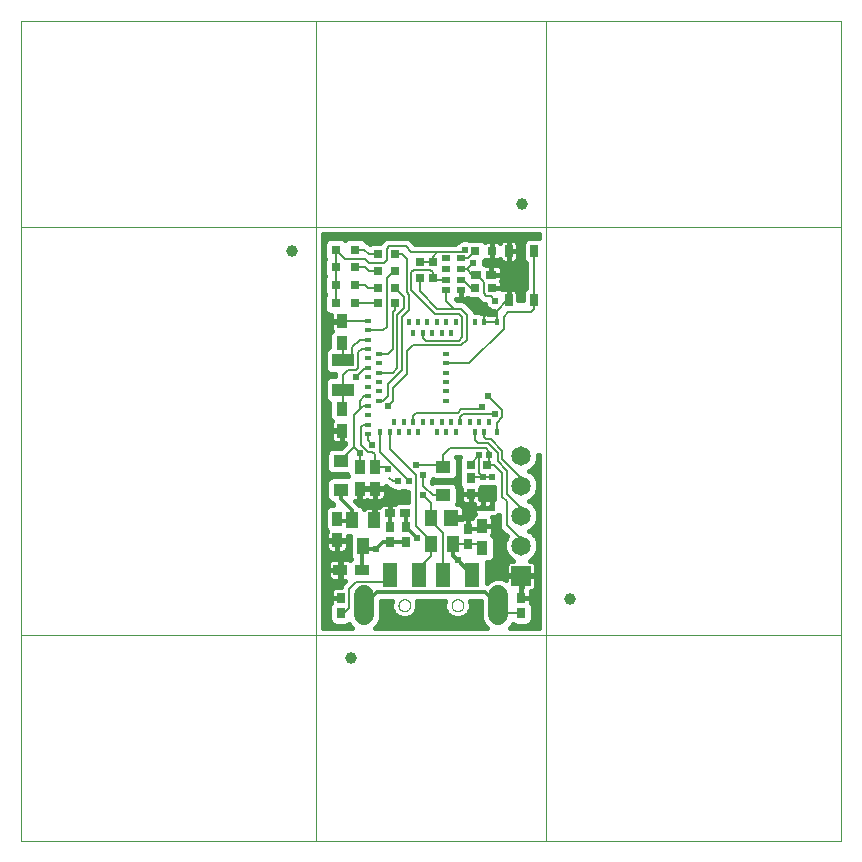
<source format=gtl>
G75*
%MOIN*%
%OFA0B0*%
%FSLAX25Y25*%
%IPPOS*%
%LPD*%
%AMOC8*
5,1,8,0,0,1.08239X$1,22.5*
%
%ADD10C,0.00000*%
%ADD11R,0.01575X0.02362*%
%ADD12R,0.02362X0.01575*%
%ADD13R,0.07480X0.04331*%
%ADD14R,0.03543X0.04528*%
%ADD15R,0.02756X0.03642*%
%ADD16R,0.03642X0.02756*%
%ADD17R,0.03937X0.05669*%
%ADD18R,0.04724X0.05669*%
%ADD19C,0.06600*%
%ADD20R,0.04724X0.07874*%
%ADD21R,0.03150X0.02756*%
%ADD22R,0.02559X0.04134*%
%ADD23R,0.02165X0.02165*%
%ADD24R,0.03937X0.05512*%
%ADD25R,0.04528X0.03543*%
%ADD26R,0.04724X0.03937*%
%ADD27R,0.03150X0.03150*%
%ADD28R,0.03150X0.01969*%
%ADD29R,0.02756X0.03150*%
%ADD30R,0.06500X0.06500*%
%ADD31C,0.06500*%
%ADD32C,0.03937*%
%ADD33C,0.01600*%
%ADD34C,0.00800*%
%ADD35C,0.01200*%
%ADD36C,0.02381*%
%ADD37C,0.00600*%
D10*
X0001000Y0001000D02*
X0001000Y0274622D01*
X0274622Y0274622D01*
X0274622Y0001000D01*
X0001000Y0001000D01*
X0001000Y0069898D02*
X0274622Y0069898D01*
X0176197Y0001000D02*
X0176197Y0274622D01*
X0099425Y0274622D02*
X0099425Y0001000D01*
X0126984Y0079740D02*
X0126986Y0079828D01*
X0126992Y0079916D01*
X0127002Y0080004D01*
X0127016Y0080092D01*
X0127033Y0080178D01*
X0127055Y0080264D01*
X0127080Y0080348D01*
X0127110Y0080432D01*
X0127142Y0080514D01*
X0127179Y0080594D01*
X0127219Y0080673D01*
X0127263Y0080750D01*
X0127310Y0080825D01*
X0127360Y0080897D01*
X0127414Y0080968D01*
X0127470Y0081035D01*
X0127530Y0081101D01*
X0127592Y0081163D01*
X0127658Y0081223D01*
X0127725Y0081279D01*
X0127796Y0081333D01*
X0127868Y0081383D01*
X0127943Y0081430D01*
X0128020Y0081474D01*
X0128099Y0081514D01*
X0128179Y0081551D01*
X0128261Y0081583D01*
X0128345Y0081613D01*
X0128429Y0081638D01*
X0128515Y0081660D01*
X0128601Y0081677D01*
X0128689Y0081691D01*
X0128777Y0081701D01*
X0128865Y0081707D01*
X0128953Y0081709D01*
X0129041Y0081707D01*
X0129129Y0081701D01*
X0129217Y0081691D01*
X0129305Y0081677D01*
X0129391Y0081660D01*
X0129477Y0081638D01*
X0129561Y0081613D01*
X0129645Y0081583D01*
X0129727Y0081551D01*
X0129807Y0081514D01*
X0129886Y0081474D01*
X0129963Y0081430D01*
X0130038Y0081383D01*
X0130110Y0081333D01*
X0130181Y0081279D01*
X0130248Y0081223D01*
X0130314Y0081163D01*
X0130376Y0081101D01*
X0130436Y0081035D01*
X0130492Y0080968D01*
X0130546Y0080897D01*
X0130596Y0080825D01*
X0130643Y0080750D01*
X0130687Y0080673D01*
X0130727Y0080594D01*
X0130764Y0080514D01*
X0130796Y0080432D01*
X0130826Y0080348D01*
X0130851Y0080264D01*
X0130873Y0080178D01*
X0130890Y0080092D01*
X0130904Y0080004D01*
X0130914Y0079916D01*
X0130920Y0079828D01*
X0130922Y0079740D01*
X0130920Y0079652D01*
X0130914Y0079564D01*
X0130904Y0079476D01*
X0130890Y0079388D01*
X0130873Y0079302D01*
X0130851Y0079216D01*
X0130826Y0079132D01*
X0130796Y0079048D01*
X0130764Y0078966D01*
X0130727Y0078886D01*
X0130687Y0078807D01*
X0130643Y0078730D01*
X0130596Y0078655D01*
X0130546Y0078583D01*
X0130492Y0078512D01*
X0130436Y0078445D01*
X0130376Y0078379D01*
X0130314Y0078317D01*
X0130248Y0078257D01*
X0130181Y0078201D01*
X0130110Y0078147D01*
X0130038Y0078097D01*
X0129963Y0078050D01*
X0129886Y0078006D01*
X0129807Y0077966D01*
X0129727Y0077929D01*
X0129645Y0077897D01*
X0129561Y0077867D01*
X0129477Y0077842D01*
X0129391Y0077820D01*
X0129305Y0077803D01*
X0129217Y0077789D01*
X0129129Y0077779D01*
X0129041Y0077773D01*
X0128953Y0077771D01*
X0128865Y0077773D01*
X0128777Y0077779D01*
X0128689Y0077789D01*
X0128601Y0077803D01*
X0128515Y0077820D01*
X0128429Y0077842D01*
X0128345Y0077867D01*
X0128261Y0077897D01*
X0128179Y0077929D01*
X0128099Y0077966D01*
X0128020Y0078006D01*
X0127943Y0078050D01*
X0127868Y0078097D01*
X0127796Y0078147D01*
X0127725Y0078201D01*
X0127658Y0078257D01*
X0127592Y0078317D01*
X0127530Y0078379D01*
X0127470Y0078445D01*
X0127414Y0078512D01*
X0127360Y0078583D01*
X0127310Y0078655D01*
X0127263Y0078730D01*
X0127219Y0078807D01*
X0127179Y0078886D01*
X0127142Y0078966D01*
X0127110Y0079048D01*
X0127080Y0079132D01*
X0127055Y0079216D01*
X0127033Y0079302D01*
X0127016Y0079388D01*
X0127002Y0079476D01*
X0126992Y0079564D01*
X0126986Y0079652D01*
X0126984Y0079740D01*
X0144700Y0079740D02*
X0144702Y0079828D01*
X0144708Y0079916D01*
X0144718Y0080004D01*
X0144732Y0080092D01*
X0144749Y0080178D01*
X0144771Y0080264D01*
X0144796Y0080348D01*
X0144826Y0080432D01*
X0144858Y0080514D01*
X0144895Y0080594D01*
X0144935Y0080673D01*
X0144979Y0080750D01*
X0145026Y0080825D01*
X0145076Y0080897D01*
X0145130Y0080968D01*
X0145186Y0081035D01*
X0145246Y0081101D01*
X0145308Y0081163D01*
X0145374Y0081223D01*
X0145441Y0081279D01*
X0145512Y0081333D01*
X0145584Y0081383D01*
X0145659Y0081430D01*
X0145736Y0081474D01*
X0145815Y0081514D01*
X0145895Y0081551D01*
X0145977Y0081583D01*
X0146061Y0081613D01*
X0146145Y0081638D01*
X0146231Y0081660D01*
X0146317Y0081677D01*
X0146405Y0081691D01*
X0146493Y0081701D01*
X0146581Y0081707D01*
X0146669Y0081709D01*
X0146757Y0081707D01*
X0146845Y0081701D01*
X0146933Y0081691D01*
X0147021Y0081677D01*
X0147107Y0081660D01*
X0147193Y0081638D01*
X0147277Y0081613D01*
X0147361Y0081583D01*
X0147443Y0081551D01*
X0147523Y0081514D01*
X0147602Y0081474D01*
X0147679Y0081430D01*
X0147754Y0081383D01*
X0147826Y0081333D01*
X0147897Y0081279D01*
X0147964Y0081223D01*
X0148030Y0081163D01*
X0148092Y0081101D01*
X0148152Y0081035D01*
X0148208Y0080968D01*
X0148262Y0080897D01*
X0148312Y0080825D01*
X0148359Y0080750D01*
X0148403Y0080673D01*
X0148443Y0080594D01*
X0148480Y0080514D01*
X0148512Y0080432D01*
X0148542Y0080348D01*
X0148567Y0080264D01*
X0148589Y0080178D01*
X0148606Y0080092D01*
X0148620Y0080004D01*
X0148630Y0079916D01*
X0148636Y0079828D01*
X0148638Y0079740D01*
X0148636Y0079652D01*
X0148630Y0079564D01*
X0148620Y0079476D01*
X0148606Y0079388D01*
X0148589Y0079302D01*
X0148567Y0079216D01*
X0148542Y0079132D01*
X0148512Y0079048D01*
X0148480Y0078966D01*
X0148443Y0078886D01*
X0148403Y0078807D01*
X0148359Y0078730D01*
X0148312Y0078655D01*
X0148262Y0078583D01*
X0148208Y0078512D01*
X0148152Y0078445D01*
X0148092Y0078379D01*
X0148030Y0078317D01*
X0147964Y0078257D01*
X0147897Y0078201D01*
X0147826Y0078147D01*
X0147754Y0078097D01*
X0147679Y0078050D01*
X0147602Y0078006D01*
X0147523Y0077966D01*
X0147443Y0077929D01*
X0147361Y0077897D01*
X0147277Y0077867D01*
X0147193Y0077842D01*
X0147107Y0077820D01*
X0147021Y0077803D01*
X0146933Y0077789D01*
X0146845Y0077779D01*
X0146757Y0077773D01*
X0146669Y0077771D01*
X0146581Y0077773D01*
X0146493Y0077779D01*
X0146405Y0077789D01*
X0146317Y0077803D01*
X0146231Y0077820D01*
X0146145Y0077842D01*
X0146061Y0077867D01*
X0145977Y0077897D01*
X0145895Y0077929D01*
X0145815Y0077966D01*
X0145736Y0078006D01*
X0145659Y0078050D01*
X0145584Y0078097D01*
X0145512Y0078147D01*
X0145441Y0078201D01*
X0145374Y0078257D01*
X0145308Y0078317D01*
X0145246Y0078379D01*
X0145186Y0078445D01*
X0145130Y0078512D01*
X0145076Y0078583D01*
X0145026Y0078655D01*
X0144979Y0078730D01*
X0144935Y0078807D01*
X0144895Y0078886D01*
X0144858Y0078966D01*
X0144826Y0079048D01*
X0144796Y0079132D01*
X0144771Y0079216D01*
X0144749Y0079302D01*
X0144732Y0079388D01*
X0144718Y0079476D01*
X0144708Y0079564D01*
X0144702Y0079652D01*
X0144700Y0079740D01*
X0274622Y0205724D02*
X0001000Y0205724D01*
D11*
X0120882Y0137417D03*
X0124031Y0137417D03*
X0127181Y0137417D03*
X0130331Y0137417D03*
X0133480Y0137417D03*
X0131906Y0140961D03*
X0128756Y0140961D03*
X0125606Y0140961D03*
X0135055Y0140961D03*
X0138205Y0140961D03*
X0141354Y0140961D03*
X0144504Y0140961D03*
X0147654Y0140961D03*
X0150803Y0140961D03*
X0153953Y0140961D03*
X0157102Y0140961D03*
X0155528Y0137417D03*
X0152378Y0137417D03*
X0159858Y0137417D03*
X0146079Y0137417D03*
X0142929Y0137417D03*
X0139780Y0137417D03*
X0141354Y0170488D03*
X0138205Y0170488D03*
X0135055Y0170488D03*
X0131906Y0170488D03*
X0133480Y0174031D03*
X0130331Y0174031D03*
X0136630Y0174031D03*
X0139780Y0174031D03*
X0142929Y0174031D03*
X0146079Y0174031D03*
X0144504Y0170488D03*
X0152378Y0174031D03*
X0155528Y0174031D03*
X0159858Y0174031D03*
D12*
X0142929Y0163598D03*
X0142929Y0160449D03*
X0142929Y0157299D03*
X0142929Y0154150D03*
X0142929Y0151000D03*
X0142929Y0147850D03*
X0120488Y0147850D03*
X0120488Y0151000D03*
X0120488Y0154150D03*
X0116945Y0155724D03*
X0116945Y0152575D03*
X0116945Y0149425D03*
X0116945Y0146276D03*
X0116945Y0143126D03*
X0116945Y0139976D03*
X0116945Y0136827D03*
X0120488Y0157299D03*
X0120488Y0160449D03*
X0120488Y0163598D03*
X0116945Y0162024D03*
X0116945Y0165173D03*
X0116945Y0168323D03*
X0116945Y0171472D03*
X0116945Y0174622D03*
X0116945Y0158874D03*
D13*
X0108480Y0161433D03*
X0108480Y0151591D03*
D14*
X0108087Y0145193D03*
X0108087Y0137909D03*
X0113992Y0125902D03*
X0119110Y0125902D03*
X0119110Y0118618D03*
X0113992Y0118618D03*
X0106507Y0108638D03*
X0106507Y0101354D03*
X0154937Y0098933D03*
X0154937Y0106217D03*
X0108087Y0167043D03*
X0108087Y0174327D03*
D15*
X0151000Y0122063D03*
X0151000Y0116945D03*
X0150213Y0105134D03*
X0150213Y0100016D03*
X0167929Y0082299D03*
X0167929Y0077181D03*
X0129346Y0100803D03*
X0124228Y0100803D03*
X0124228Y0105921D03*
X0129346Y0105921D03*
X0107693Y0082299D03*
X0107693Y0077181D03*
D16*
X0124031Y0110449D03*
X0129150Y0110449D03*
X0152772Y0189976D03*
X0157890Y0189976D03*
D17*
X0137811Y0108874D03*
X0137811Y0100213D03*
X0145291Y0100213D03*
D18*
X0144504Y0108874D03*
D19*
X0160252Y0083040D02*
X0160252Y0076440D01*
X0115370Y0076440D02*
X0115370Y0083040D01*
D20*
X0124031Y0089976D03*
X0133874Y0089976D03*
X0141748Y0089976D03*
X0151591Y0089976D03*
D21*
X0151000Y0126591D03*
X0156512Y0126591D03*
X0125803Y0180528D03*
X0125803Y0185646D03*
X0125803Y0191157D03*
X0120291Y0191157D03*
X0120291Y0185646D03*
X0120291Y0180528D03*
X0120291Y0196669D03*
X0125803Y0196669D03*
X0152575Y0197850D03*
X0158087Y0197850D03*
X0158087Y0185646D03*
X0152575Y0185646D03*
D22*
X0163697Y0181413D03*
X0172161Y0181413D03*
X0172161Y0197752D03*
X0163697Y0197752D03*
D23*
X0158032Y0122609D03*
X0155080Y0122609D03*
X0155080Y0112176D03*
X0158032Y0112176D03*
D24*
X0118913Y0108087D03*
X0111433Y0108087D03*
X0115173Y0099425D03*
D25*
X0114878Y0091551D03*
X0107594Y0091551D03*
D26*
X0107693Y0118323D03*
X0107693Y0127772D03*
X0141945Y0125803D03*
X0141945Y0116354D03*
D27*
X0112417Y0180528D03*
X0112417Y0186433D03*
X0112417Y0192339D03*
X0112417Y0198244D03*
X0106118Y0198244D03*
X0106118Y0192339D03*
X0106118Y0186433D03*
X0106118Y0180528D03*
D28*
X0142969Y0184701D03*
X0142969Y0188244D03*
X0142969Y0191787D03*
X0142969Y0195331D03*
X0147693Y0195331D03*
X0147693Y0191787D03*
X0147693Y0188244D03*
X0147693Y0184701D03*
D29*
X0138402Y0188795D03*
X0134071Y0188795D03*
X0134071Y0194307D03*
X0138402Y0194307D03*
D30*
X0167929Y0089583D03*
D31*
X0167929Y0099583D03*
X0167929Y0109583D03*
X0167929Y0119583D03*
X0167929Y0129583D03*
D32*
X0184071Y0081709D03*
X0111236Y0062024D03*
X0091551Y0197850D03*
X0168323Y0213598D03*
D33*
X0170404Y0202219D02*
X0169522Y0201854D01*
X0168847Y0201178D01*
X0168482Y0200296D01*
X0168482Y0195208D01*
X0168847Y0194326D01*
X0169361Y0193811D01*
X0169361Y0185354D01*
X0168847Y0184840D01*
X0168482Y0183958D01*
X0168482Y0181541D01*
X0166776Y0181541D01*
X0166776Y0183717D01*
X0166654Y0184175D01*
X0166417Y0184586D01*
X0166082Y0184921D01*
X0165671Y0185158D01*
X0165213Y0185280D01*
X0163697Y0185280D01*
X0163697Y0181541D01*
X0163697Y0181541D01*
X0163697Y0185280D01*
X0162180Y0185280D01*
X0161723Y0185158D01*
X0161461Y0185007D01*
X0161461Y0185646D01*
X0161461Y0187261D01*
X0161339Y0187718D01*
X0161310Y0187768D01*
X0161388Y0187904D01*
X0161511Y0188361D01*
X0161511Y0189976D01*
X0157890Y0189976D01*
X0157890Y0189976D01*
X0161511Y0189976D01*
X0161511Y0191591D01*
X0161388Y0192049D01*
X0161151Y0192460D01*
X0160816Y0192795D01*
X0160405Y0193032D01*
X0159948Y0193154D01*
X0157890Y0193154D01*
X0157890Y0189977D01*
X0157890Y0189977D01*
X0157890Y0193154D01*
X0156187Y0193154D01*
X0155952Y0193389D01*
X0155378Y0193627D01*
X0155378Y0194384D01*
X0155509Y0194438D01*
X0155856Y0194785D01*
X0156275Y0194672D01*
X0158087Y0194672D01*
X0159898Y0194672D01*
X0160356Y0194795D01*
X0160734Y0195013D01*
X0160740Y0194990D01*
X0160977Y0194580D01*
X0161312Y0194245D01*
X0161723Y0194008D01*
X0162180Y0193885D01*
X0163697Y0193885D01*
X0165213Y0193885D01*
X0165671Y0194008D01*
X0166082Y0194245D01*
X0166417Y0194580D01*
X0166654Y0194990D01*
X0166776Y0195448D01*
X0166776Y0197752D01*
X0166776Y0200056D01*
X0166654Y0200514D01*
X0166417Y0200924D01*
X0166082Y0201259D01*
X0165671Y0201496D01*
X0165213Y0201619D01*
X0163697Y0201619D01*
X0163697Y0197752D01*
X0166776Y0197752D01*
X0163697Y0197752D01*
X0163697Y0197752D01*
X0163697Y0197752D01*
X0163697Y0193885D01*
X0163697Y0197752D01*
X0163697Y0197752D01*
X0163697Y0201619D01*
X0162180Y0201619D01*
X0161723Y0201496D01*
X0161312Y0201259D01*
X0160977Y0200924D01*
X0160806Y0200629D01*
X0160767Y0200669D01*
X0160356Y0200906D01*
X0159898Y0201028D01*
X0158087Y0201028D01*
X0158087Y0197851D01*
X0158087Y0197851D01*
X0158087Y0201028D01*
X0156275Y0201028D01*
X0155856Y0200916D01*
X0155509Y0201263D01*
X0154627Y0201628D01*
X0150523Y0201628D01*
X0150383Y0201571D01*
X0149746Y0201835D01*
X0148317Y0201835D01*
X0146998Y0201288D01*
X0145988Y0200278D01*
X0145979Y0200257D01*
X0132475Y0200257D01*
X0130933Y0201799D01*
X0129903Y0202225D01*
X0123278Y0202225D01*
X0122249Y0201799D01*
X0120897Y0200447D01*
X0118239Y0200447D01*
X0117592Y0200179D01*
X0117153Y0200618D01*
X0116124Y0201044D01*
X0116082Y0201044D01*
X0116027Y0201178D01*
X0115352Y0201854D01*
X0114470Y0202219D01*
X0110365Y0202219D01*
X0109483Y0201854D01*
X0109268Y0201638D01*
X0109052Y0201854D01*
X0108170Y0202219D01*
X0104066Y0202219D01*
X0103184Y0201854D01*
X0102509Y0201178D01*
X0102143Y0200296D01*
X0102143Y0196192D01*
X0102509Y0195310D01*
X0102527Y0195291D01*
X0102509Y0195273D01*
X0102143Y0194391D01*
X0102143Y0190286D01*
X0102509Y0189404D01*
X0102527Y0189386D01*
X0102509Y0189367D01*
X0102143Y0188485D01*
X0102143Y0184381D01*
X0102509Y0183499D01*
X0102527Y0183480D01*
X0102509Y0183462D01*
X0102143Y0182580D01*
X0102143Y0178475D01*
X0102509Y0177593D01*
X0103184Y0176918D01*
X0104066Y0176553D01*
X0104515Y0176553D01*
X0104515Y0174413D01*
X0108001Y0174413D01*
X0108001Y0174241D01*
X0104515Y0174241D01*
X0104515Y0171826D01*
X0104638Y0171368D01*
X0104764Y0171150D01*
X0104280Y0170667D01*
X0103915Y0169784D01*
X0103915Y0165854D01*
X0103381Y0165633D01*
X0102706Y0164958D01*
X0102340Y0164076D01*
X0102340Y0158790D01*
X0102706Y0157908D01*
X0103381Y0157233D01*
X0104263Y0156868D01*
X0105680Y0156868D01*
X0105680Y0156156D01*
X0104263Y0156156D01*
X0103381Y0155791D01*
X0102706Y0155115D01*
X0102340Y0154233D01*
X0102340Y0148948D01*
X0102706Y0148066D01*
X0103381Y0147391D01*
X0103915Y0147169D01*
X0103915Y0142452D01*
X0104280Y0141570D01*
X0104764Y0141086D01*
X0104638Y0140868D01*
X0104515Y0140410D01*
X0104515Y0137995D01*
X0108001Y0137995D01*
X0108001Y0137824D01*
X0104515Y0137824D01*
X0104515Y0135409D01*
X0104638Y0134951D01*
X0104875Y0134540D01*
X0105210Y0134205D01*
X0105620Y0133968D01*
X0106078Y0133846D01*
X0108001Y0133846D01*
X0108001Y0137824D01*
X0108172Y0137824D01*
X0108172Y0133846D01*
X0109224Y0133846D01*
X0109224Y0133656D01*
X0107708Y0132140D01*
X0104853Y0132140D01*
X0103971Y0131775D01*
X0103296Y0131100D01*
X0102931Y0130218D01*
X0102931Y0125326D01*
X0103296Y0124444D01*
X0103971Y0123769D01*
X0104853Y0123403D01*
X0109820Y0123403D01*
X0109820Y0123160D01*
X0110015Y0122691D01*
X0104853Y0122691D01*
X0103971Y0122326D01*
X0103296Y0121651D01*
X0102931Y0120769D01*
X0102931Y0115877D01*
X0103296Y0114995D01*
X0103971Y0114320D01*
X0104853Y0113954D01*
X0104951Y0113954D01*
X0105150Y0113474D01*
X0105322Y0113302D01*
X0104258Y0113302D01*
X0103376Y0112936D01*
X0102701Y0112261D01*
X0102335Y0111379D01*
X0102335Y0105897D01*
X0102701Y0105015D01*
X0103184Y0104531D01*
X0103058Y0104313D01*
X0102935Y0103855D01*
X0102935Y0101440D01*
X0106421Y0101440D01*
X0106421Y0101268D01*
X0106593Y0101268D01*
X0106593Y0097291D01*
X0108516Y0097291D01*
X0108973Y0097413D01*
X0109384Y0097650D01*
X0109719Y0097985D01*
X0109956Y0098396D01*
X0110079Y0098854D01*
X0110079Y0101268D01*
X0106593Y0101268D01*
X0106593Y0101440D01*
X0110079Y0101440D01*
X0110079Y0102931D01*
X0110917Y0102931D01*
X0110805Y0102658D01*
X0110805Y0096192D01*
X0111170Y0095310D01*
X0111189Y0095291D01*
X0110771Y0094874D01*
X0110553Y0095000D01*
X0110095Y0095123D01*
X0107680Y0095123D01*
X0107680Y0091637D01*
X0107509Y0091637D01*
X0107509Y0095123D01*
X0105094Y0095123D01*
X0104636Y0095000D01*
X0104225Y0094763D01*
X0103890Y0094428D01*
X0103653Y0094018D01*
X0103531Y0093560D01*
X0103531Y0091637D01*
X0107509Y0091637D01*
X0107509Y0091465D01*
X0107680Y0091465D01*
X0107680Y0087980D01*
X0109217Y0087980D01*
X0108075Y0086838D01*
X0107695Y0085920D01*
X0107693Y0085920D01*
X0107693Y0085915D01*
X0107693Y0085920D01*
X0106078Y0085920D01*
X0105620Y0085797D01*
X0105210Y0085560D01*
X0104875Y0085225D01*
X0104638Y0084815D01*
X0104515Y0084357D01*
X0104515Y0082299D01*
X0104515Y0080596D01*
X0104280Y0080361D01*
X0103915Y0079479D01*
X0103915Y0074883D01*
X0104280Y0074001D01*
X0104955Y0073326D01*
X0105838Y0072960D01*
X0109548Y0072960D01*
X0110430Y0073326D01*
X0110473Y0073368D01*
X0110538Y0073211D01*
X0111452Y0072298D01*
X0101825Y0072298D01*
X0101825Y0203324D01*
X0173797Y0203324D01*
X0173797Y0202219D01*
X0170404Y0202219D01*
X0168696Y0200814D02*
X0166480Y0200814D01*
X0166776Y0199215D02*
X0168482Y0199215D01*
X0168482Y0197617D02*
X0166776Y0197617D01*
X0166776Y0196018D02*
X0168482Y0196018D01*
X0168808Y0194420D02*
X0166257Y0194420D01*
X0163697Y0194420D02*
X0163697Y0194420D01*
X0163697Y0196018D02*
X0163697Y0196018D01*
X0163697Y0197617D02*
X0163697Y0197617D01*
X0163697Y0199215D02*
X0163697Y0199215D01*
X0163697Y0200814D02*
X0163697Y0200814D01*
X0160913Y0200814D02*
X0160515Y0200814D01*
X0158087Y0200814D02*
X0158087Y0200814D01*
X0158087Y0199215D02*
X0158087Y0199215D01*
X0158087Y0197850D02*
X0158087Y0194672D01*
X0158087Y0197850D01*
X0158087Y0197850D01*
X0158087Y0197617D02*
X0158087Y0197617D01*
X0158087Y0196018D02*
X0158087Y0196018D01*
X0155466Y0194420D02*
X0161137Y0194420D01*
X0160770Y0192821D02*
X0169361Y0192821D01*
X0169361Y0191223D02*
X0161511Y0191223D01*
X0161511Y0189624D02*
X0169361Y0189624D01*
X0169361Y0188026D02*
X0161421Y0188026D01*
X0161461Y0186427D02*
X0169361Y0186427D01*
X0168843Y0184829D02*
X0166173Y0184829D01*
X0166776Y0183230D02*
X0168482Y0183230D01*
X0168482Y0181632D02*
X0166776Y0181632D01*
X0163697Y0181632D02*
X0163697Y0181632D01*
X0163697Y0183230D02*
X0163697Y0183230D01*
X0163697Y0184829D02*
X0163697Y0184829D01*
X0161461Y0185646D02*
X0158356Y0185646D01*
X0161461Y0185646D01*
X0158356Y0185646D02*
X0158356Y0185646D01*
X0157890Y0191223D02*
X0157890Y0191223D01*
X0157890Y0192821D02*
X0157890Y0192821D01*
X0150523Y0181868D02*
X0150024Y0182074D01*
X0149962Y0182039D01*
X0149505Y0181917D01*
X0147693Y0181917D01*
X0147693Y0184701D01*
X0147693Y0184701D01*
X0147693Y0181917D01*
X0146137Y0181917D01*
X0146114Y0181893D01*
X0146648Y0181359D01*
X0148407Y0181359D01*
X0149436Y0180933D01*
X0151405Y0178964D01*
X0152193Y0178177D01*
X0152426Y0177613D01*
X0153643Y0177613D01*
X0154525Y0177247D01*
X0154759Y0177013D01*
X0155527Y0177013D01*
X0155527Y0176984D01*
X0155528Y0176984D01*
X0155528Y0177013D01*
X0156552Y0177013D01*
X0156658Y0176984D01*
X0158728Y0176984D01*
X0158834Y0177013D01*
X0158874Y0177013D01*
X0158874Y0177724D01*
X0158554Y0177724D01*
X0157234Y0178271D01*
X0156224Y0179281D01*
X0155889Y0180090D01*
X0155561Y0180090D01*
X0154532Y0180516D01*
X0153745Y0181303D01*
X0153180Y0181868D01*
X0150523Y0181868D01*
X0150336Y0180033D02*
X0155912Y0180033D01*
X0157070Y0178435D02*
X0151934Y0178435D01*
X0153416Y0181632D02*
X0146375Y0181632D01*
X0147693Y0183230D02*
X0147693Y0183230D01*
X0146524Y0200814D02*
X0131918Y0200814D01*
X0121264Y0200814D02*
X0116680Y0200814D01*
X0102358Y0200814D02*
X0101825Y0200814D01*
X0101825Y0202412D02*
X0173797Y0202412D01*
X0108172Y0136873D02*
X0108001Y0136873D01*
X0108001Y0135275D02*
X0108172Y0135275D01*
X0109224Y0133676D02*
X0101825Y0133676D01*
X0101825Y0132078D02*
X0104703Y0132078D01*
X0103039Y0130479D02*
X0101825Y0130479D01*
X0101825Y0128881D02*
X0102931Y0128881D01*
X0102931Y0127282D02*
X0101825Y0127282D01*
X0101825Y0125684D02*
X0102931Y0125684D01*
X0103654Y0124085D02*
X0101825Y0124085D01*
X0101825Y0122487D02*
X0104360Y0122487D01*
X0102980Y0120888D02*
X0101825Y0120888D01*
X0101825Y0119290D02*
X0102931Y0119290D01*
X0102931Y0117691D02*
X0101825Y0117691D01*
X0101825Y0116093D02*
X0102931Y0116093D01*
X0103797Y0114494D02*
X0101825Y0114494D01*
X0101825Y0112896D02*
X0103335Y0112896D01*
X0102335Y0111297D02*
X0101825Y0111297D01*
X0101825Y0109699D02*
X0102335Y0109699D01*
X0102335Y0108100D02*
X0101825Y0108100D01*
X0101825Y0106502D02*
X0102335Y0106502D01*
X0102812Y0104903D02*
X0101825Y0104903D01*
X0101825Y0103305D02*
X0102935Y0103305D01*
X0102935Y0101706D02*
X0101825Y0101706D01*
X0102935Y0101268D02*
X0102935Y0098854D01*
X0103058Y0098396D01*
X0103295Y0097985D01*
X0103630Y0097650D01*
X0104040Y0097413D01*
X0104498Y0097291D01*
X0106421Y0097291D01*
X0106421Y0101268D01*
X0102935Y0101268D01*
X0102935Y0100108D02*
X0101825Y0100108D01*
X0101825Y0098509D02*
X0103027Y0098509D01*
X0101825Y0096911D02*
X0110805Y0096911D01*
X0110805Y0098509D02*
X0109986Y0098509D01*
X0110079Y0100108D02*
X0110805Y0100108D01*
X0110805Y0101706D02*
X0110079Y0101706D01*
X0106593Y0100108D02*
X0106421Y0100108D01*
X0106421Y0098509D02*
X0106593Y0098509D01*
X0107509Y0093714D02*
X0107680Y0093714D01*
X0107680Y0092115D02*
X0107509Y0092115D01*
X0107509Y0091465D02*
X0103531Y0091465D01*
X0103531Y0089543D01*
X0103653Y0089085D01*
X0103890Y0088674D01*
X0104225Y0088339D01*
X0104636Y0088102D01*
X0105094Y0087980D01*
X0107509Y0087980D01*
X0107509Y0091465D01*
X0107509Y0090517D02*
X0107680Y0090517D01*
X0107680Y0088918D02*
X0107509Y0088918D01*
X0108557Y0087320D02*
X0101825Y0087320D01*
X0101825Y0088918D02*
X0103750Y0088918D01*
X0103531Y0090517D02*
X0101825Y0090517D01*
X0101825Y0092115D02*
X0103531Y0092115D01*
X0103572Y0093714D02*
X0101825Y0093714D01*
X0101825Y0095312D02*
X0111169Y0095312D01*
X0107693Y0085915D02*
X0107693Y0085915D01*
X0105488Y0085721D02*
X0101825Y0085721D01*
X0101825Y0084123D02*
X0104515Y0084123D01*
X0104515Y0082524D02*
X0101825Y0082524D01*
X0101825Y0080926D02*
X0104515Y0080926D01*
X0104515Y0082299D02*
X0107649Y0082299D01*
X0107649Y0082299D01*
X0104515Y0082299D01*
X0103915Y0079327D02*
X0101825Y0079327D01*
X0101825Y0077729D02*
X0103915Y0077729D01*
X0103915Y0076130D02*
X0101825Y0076130D01*
X0101825Y0074532D02*
X0104060Y0074532D01*
X0101825Y0072933D02*
X0110816Y0072933D01*
X0119289Y0072298D02*
X0120202Y0073211D01*
X0121070Y0075306D01*
X0121070Y0081071D01*
X0124776Y0081071D01*
X0124584Y0080609D01*
X0124584Y0078871D01*
X0125249Y0077266D01*
X0126478Y0076037D01*
X0128084Y0075372D01*
X0129822Y0075372D01*
X0131427Y0076037D01*
X0132656Y0077266D01*
X0133321Y0078871D01*
X0133321Y0080609D01*
X0133130Y0081071D01*
X0142492Y0081071D01*
X0142301Y0080609D01*
X0142301Y0078871D01*
X0142966Y0077266D01*
X0144195Y0076037D01*
X0145800Y0075372D01*
X0147538Y0075372D01*
X0149144Y0076037D01*
X0150373Y0077266D01*
X0151038Y0078871D01*
X0151038Y0080609D01*
X0150847Y0081071D01*
X0154552Y0081071D01*
X0154552Y0075306D01*
X0155420Y0073211D01*
X0156333Y0072298D01*
X0119289Y0072298D01*
X0119924Y0072933D02*
X0155698Y0072933D01*
X0154873Y0074532D02*
X0120749Y0074532D01*
X0121070Y0076130D02*
X0126385Y0076130D01*
X0125058Y0077729D02*
X0121070Y0077729D01*
X0121070Y0079327D02*
X0124584Y0079327D01*
X0124715Y0080926D02*
X0121070Y0080926D01*
X0131521Y0076130D02*
X0144101Y0076130D01*
X0142774Y0077729D02*
X0132848Y0077729D01*
X0133321Y0079327D02*
X0142301Y0079327D01*
X0142432Y0080926D02*
X0133190Y0080926D01*
X0149237Y0076130D02*
X0154552Y0076130D01*
X0154552Y0077729D02*
X0150564Y0077729D01*
X0151038Y0079327D02*
X0154552Y0079327D01*
X0154552Y0080926D02*
X0150907Y0080926D01*
X0156353Y0087202D02*
X0156353Y0094269D01*
X0157186Y0094269D01*
X0158068Y0094635D01*
X0158743Y0095310D01*
X0159109Y0096192D01*
X0159109Y0101674D01*
X0158743Y0102556D01*
X0158260Y0103040D01*
X0158386Y0103258D01*
X0158509Y0103716D01*
X0158509Y0106131D01*
X0155023Y0106131D01*
X0155023Y0106302D01*
X0158509Y0106302D01*
X0158509Y0108717D01*
X0158386Y0109175D01*
X0158318Y0109294D01*
X0159352Y0109294D01*
X0159810Y0109416D01*
X0160220Y0109653D01*
X0160405Y0109837D01*
X0160405Y0105955D01*
X0160831Y0104926D01*
X0161619Y0104138D01*
X0163091Y0102666D01*
X0162279Y0100707D01*
X0162279Y0098459D01*
X0163139Y0096382D01*
X0164729Y0094793D01*
X0165115Y0094633D01*
X0164442Y0094633D01*
X0163984Y0094510D01*
X0163574Y0094273D01*
X0163239Y0093938D01*
X0163002Y0093527D01*
X0162879Y0093070D01*
X0162879Y0089658D01*
X0167854Y0089658D01*
X0167854Y0089508D01*
X0162879Y0089508D01*
X0162879Y0088122D01*
X0161386Y0088740D01*
X0159118Y0088740D01*
X0157023Y0087872D01*
X0156353Y0087202D01*
X0156353Y0087320D02*
X0156470Y0087320D01*
X0156353Y0088918D02*
X0162879Y0088918D01*
X0162879Y0090517D02*
X0156353Y0090517D01*
X0156353Y0092115D02*
X0162879Y0092115D01*
X0163109Y0093714D02*
X0156353Y0093714D01*
X0158744Y0095312D02*
X0164209Y0095312D01*
X0162920Y0096911D02*
X0159109Y0096911D01*
X0159109Y0098509D02*
X0162279Y0098509D01*
X0162279Y0100108D02*
X0159109Y0100108D01*
X0159095Y0101706D02*
X0162693Y0101706D01*
X0162452Y0103305D02*
X0158399Y0103305D01*
X0158509Y0104903D02*
X0160853Y0104903D01*
X0160405Y0106502D02*
X0158509Y0106502D01*
X0158509Y0108100D02*
X0160405Y0108100D01*
X0160405Y0109699D02*
X0160266Y0109699D01*
X0158032Y0112176D02*
X0155150Y0112176D01*
X0155080Y0112176D01*
X0155080Y0112176D01*
X0158032Y0112176D01*
X0158032Y0112176D01*
X0158032Y0115059D01*
X0156713Y0115059D01*
X0156556Y0115017D01*
X0156399Y0115059D01*
X0155080Y0115059D01*
X0155080Y0112176D01*
X0155080Y0112176D01*
X0152197Y0112176D01*
X0152197Y0110857D01*
X0152320Y0110399D01*
X0152462Y0110153D01*
X0152060Y0109921D01*
X0151725Y0109586D01*
X0151488Y0109175D01*
X0151375Y0108755D01*
X0150213Y0108755D01*
X0150213Y0105134D01*
X0150213Y0105134D01*
X0150213Y0108755D01*
X0148598Y0108755D01*
X0148140Y0108632D01*
X0147899Y0108493D01*
X0144885Y0108493D01*
X0144885Y0109255D01*
X0148666Y0109255D01*
X0148666Y0111946D01*
X0148543Y0112403D01*
X0148306Y0112814D01*
X0147971Y0113149D01*
X0147561Y0113386D01*
X0147103Y0113509D01*
X0146541Y0113509D01*
X0146707Y0113908D01*
X0146707Y0118800D01*
X0146342Y0119682D01*
X0145667Y0120357D01*
X0144784Y0120723D01*
X0139105Y0120723D01*
X0138319Y0120397D01*
X0138052Y0120664D01*
X0138052Y0120769D01*
X0138296Y0121013D01*
X0138563Y0121659D01*
X0139105Y0121435D01*
X0144784Y0121435D01*
X0145667Y0121800D01*
X0146342Y0122475D01*
X0146707Y0123357D01*
X0146707Y0128249D01*
X0146342Y0129131D01*
X0146170Y0129302D01*
X0147380Y0129302D01*
X0147025Y0128446D01*
X0147025Y0124735D01*
X0147222Y0124260D01*
X0147222Y0122635D01*
X0147216Y0122620D01*
X0147216Y0121506D01*
X0147222Y0121491D01*
X0147222Y0119765D01*
X0147587Y0118883D01*
X0147822Y0118648D01*
X0147822Y0116945D01*
X0151000Y0116945D01*
X0154178Y0116945D01*
X0154178Y0118648D01*
X0154413Y0118883D01*
X0154514Y0119127D01*
X0158830Y0119127D01*
X0158830Y0115404D01*
X0158973Y0115059D01*
X0158033Y0115059D01*
X0158033Y0112176D01*
X0158032Y0112176D01*
X0158032Y0112896D02*
X0158033Y0112896D01*
X0158032Y0114494D02*
X0158033Y0114494D01*
X0158830Y0116093D02*
X0154178Y0116093D01*
X0154178Y0116945D02*
X0151000Y0116945D01*
X0151000Y0116945D01*
X0151000Y0116945D01*
X0147822Y0116945D01*
X0147822Y0114887D01*
X0147945Y0114429D01*
X0148182Y0114019D01*
X0148517Y0113684D01*
X0148927Y0113447D01*
X0149385Y0113324D01*
X0151000Y0113324D01*
X0152197Y0113324D01*
X0152197Y0112176D01*
X0155080Y0112176D01*
X0155080Y0112176D01*
X0155080Y0115059D01*
X0154178Y0115059D01*
X0154178Y0116945D01*
X0154178Y0117691D02*
X0158830Y0117691D01*
X0155080Y0114494D02*
X0155080Y0114494D01*
X0155080Y0112896D02*
X0155080Y0112896D01*
X0152197Y0112896D02*
X0148225Y0112896D01*
X0147927Y0114494D02*
X0146707Y0114494D01*
X0146707Y0116093D02*
X0147822Y0116093D01*
X0147822Y0117691D02*
X0146707Y0117691D01*
X0146504Y0119290D02*
X0147419Y0119290D01*
X0147222Y0120888D02*
X0138171Y0120888D01*
X0146347Y0122487D02*
X0147216Y0122487D01*
X0147222Y0124085D02*
X0146707Y0124085D01*
X0146707Y0125684D02*
X0147025Y0125684D01*
X0147025Y0127282D02*
X0146707Y0127282D01*
X0146445Y0128881D02*
X0147205Y0128881D01*
X0151000Y0116945D02*
X0151000Y0116945D01*
X0151000Y0113324D01*
X0151000Y0116945D01*
X0151000Y0116093D02*
X0151000Y0116093D01*
X0151000Y0114494D02*
X0151000Y0114494D01*
X0152197Y0111297D02*
X0148666Y0111297D01*
X0148666Y0109699D02*
X0151838Y0109699D01*
X0150213Y0108100D02*
X0150213Y0108100D01*
X0150213Y0106502D02*
X0150213Y0106502D01*
X0167854Y0089508D02*
X0168004Y0089508D01*
X0168004Y0089658D01*
X0172979Y0089658D01*
X0172979Y0093070D01*
X0172856Y0093527D01*
X0172619Y0093938D01*
X0172284Y0094273D01*
X0171874Y0094510D01*
X0171416Y0094633D01*
X0170743Y0094633D01*
X0171130Y0094793D01*
X0172719Y0096382D01*
X0173579Y0098459D01*
X0173579Y0100707D01*
X0172719Y0102783D01*
X0171130Y0104373D01*
X0170622Y0104583D01*
X0171130Y0104793D01*
X0172719Y0106382D01*
X0173579Y0108459D01*
X0173579Y0110707D01*
X0172719Y0112783D01*
X0171130Y0114373D01*
X0170622Y0114583D01*
X0171130Y0114793D01*
X0172719Y0116382D01*
X0173579Y0118459D01*
X0173579Y0120707D01*
X0172719Y0122783D01*
X0171130Y0124373D01*
X0170622Y0124583D01*
X0171130Y0124793D01*
X0172719Y0126382D01*
X0173579Y0128459D01*
X0173579Y0129829D01*
X0173797Y0129829D01*
X0173797Y0072298D01*
X0164170Y0072298D01*
X0165084Y0073211D01*
X0165149Y0073368D01*
X0165192Y0073326D01*
X0166074Y0072960D01*
X0169784Y0072960D01*
X0170667Y0073326D01*
X0171342Y0074001D01*
X0171707Y0074883D01*
X0171707Y0079479D01*
X0171342Y0080361D01*
X0171107Y0080596D01*
X0171107Y0082299D01*
X0167929Y0082299D01*
X0167929Y0082299D01*
X0167929Y0085920D01*
X0167854Y0085920D01*
X0167854Y0089508D01*
X0168004Y0089508D02*
X0168004Y0085920D01*
X0167929Y0085920D01*
X0167929Y0082299D01*
X0167929Y0082299D01*
X0171107Y0082299D01*
X0171107Y0084357D01*
X0171060Y0084533D01*
X0171416Y0084533D01*
X0171874Y0084655D01*
X0172284Y0084892D01*
X0172619Y0085227D01*
X0172856Y0085638D01*
X0172979Y0086096D01*
X0172979Y0089508D01*
X0168004Y0089508D01*
X0168004Y0088918D02*
X0167854Y0088918D01*
X0167854Y0087320D02*
X0168004Y0087320D01*
X0167929Y0085721D02*
X0167929Y0085721D01*
X0167929Y0084123D02*
X0167929Y0084123D01*
X0167929Y0082524D02*
X0167929Y0082524D01*
X0171107Y0082524D02*
X0173797Y0082524D01*
X0173797Y0080926D02*
X0171107Y0080926D01*
X0171707Y0079327D02*
X0173797Y0079327D01*
X0173797Y0077729D02*
X0171707Y0077729D01*
X0171707Y0076130D02*
X0173797Y0076130D01*
X0173797Y0074532D02*
X0171562Y0074532D01*
X0173797Y0072933D02*
X0164806Y0072933D01*
X0171107Y0084123D02*
X0173797Y0084123D01*
X0173797Y0085721D02*
X0172879Y0085721D01*
X0172979Y0087320D02*
X0173797Y0087320D01*
X0173797Y0088918D02*
X0172979Y0088918D01*
X0172979Y0090517D02*
X0173797Y0090517D01*
X0173797Y0092115D02*
X0172979Y0092115D01*
X0172749Y0093714D02*
X0173797Y0093714D01*
X0173797Y0095312D02*
X0171649Y0095312D01*
X0172938Y0096911D02*
X0173797Y0096911D01*
X0173797Y0098509D02*
X0173579Y0098509D01*
X0173579Y0100108D02*
X0173797Y0100108D01*
X0173797Y0101706D02*
X0173165Y0101706D01*
X0173797Y0103305D02*
X0172197Y0103305D01*
X0171240Y0104903D02*
X0173797Y0104903D01*
X0173797Y0106502D02*
X0172768Y0106502D01*
X0173431Y0108100D02*
X0173797Y0108100D01*
X0173797Y0109699D02*
X0173579Y0109699D01*
X0173797Y0111297D02*
X0173334Y0111297D01*
X0173797Y0112896D02*
X0172606Y0112896D01*
X0173797Y0114494D02*
X0170836Y0114494D01*
X0172430Y0116093D02*
X0173797Y0116093D01*
X0173797Y0117691D02*
X0173261Y0117691D01*
X0173579Y0119290D02*
X0173797Y0119290D01*
X0173797Y0120888D02*
X0173504Y0120888D01*
X0173797Y0122487D02*
X0172842Y0122487D01*
X0173797Y0124085D02*
X0171417Y0124085D01*
X0172021Y0125684D02*
X0173797Y0125684D01*
X0173797Y0127282D02*
X0173092Y0127282D01*
X0173579Y0128881D02*
X0173797Y0128881D01*
X0130090Y0117488D02*
X0130090Y0114227D01*
X0126851Y0114227D01*
X0125969Y0113861D01*
X0125735Y0113627D01*
X0124032Y0113627D01*
X0124032Y0110449D01*
X0124031Y0110449D01*
X0124031Y0113627D01*
X0121974Y0113627D01*
X0121516Y0113504D01*
X0121105Y0113267D01*
X0120770Y0112932D01*
X0120603Y0112643D01*
X0119098Y0112643D01*
X0119098Y0108271D01*
X0118729Y0108271D01*
X0118729Y0112643D01*
X0116708Y0112643D01*
X0116250Y0112520D01*
X0115840Y0112283D01*
X0115531Y0111974D01*
X0115436Y0112202D01*
X0114761Y0112877D01*
X0113879Y0113243D01*
X0113866Y0113243D01*
X0113132Y0113976D01*
X0112554Y0114554D01*
X0113906Y0114554D01*
X0113906Y0118532D01*
X0114078Y0118532D01*
X0114078Y0114554D01*
X0116001Y0114554D01*
X0116459Y0114677D01*
X0116551Y0114730D01*
X0116644Y0114677D01*
X0117102Y0114554D01*
X0119024Y0114554D01*
X0119024Y0118532D01*
X0117564Y0118532D01*
X0114078Y0118532D01*
X0114078Y0118704D01*
X0119024Y0118704D01*
X0119024Y0118532D01*
X0119196Y0118532D01*
X0119196Y0114554D01*
X0121119Y0114554D01*
X0121577Y0114677D01*
X0121987Y0114914D01*
X0122322Y0115249D01*
X0122559Y0115660D01*
X0122682Y0116117D01*
X0122682Y0118532D01*
X0119196Y0118532D01*
X0119196Y0118704D01*
X0122682Y0118704D01*
X0122682Y0119453D01*
X0123430Y0118705D01*
X0124459Y0118279D01*
X0124706Y0118279D01*
X0124950Y0118035D01*
X0126270Y0117488D01*
X0127698Y0117488D01*
X0128756Y0117926D01*
X0129813Y0117488D01*
X0130090Y0117488D01*
X0129323Y0117691D02*
X0128189Y0117691D01*
X0125780Y0117691D02*
X0122682Y0117691D01*
X0122675Y0116093D02*
X0130090Y0116093D01*
X0130090Y0114494D02*
X0112614Y0114494D01*
X0113906Y0116093D02*
X0114078Y0116093D01*
X0114078Y0117691D02*
X0113906Y0117691D01*
X0114716Y0112896D02*
X0120749Y0112896D01*
X0119098Y0111297D02*
X0118729Y0111297D01*
X0118729Y0109699D02*
X0119098Y0109699D01*
X0124031Y0111297D02*
X0124032Y0111297D01*
X0124031Y0112896D02*
X0124032Y0112896D01*
X0119196Y0116093D02*
X0119024Y0116093D01*
X0119024Y0117691D02*
X0119196Y0117691D01*
X0122682Y0119290D02*
X0122845Y0119290D01*
X0104551Y0135275D02*
X0101825Y0135275D01*
X0101825Y0136873D02*
X0104515Y0136873D01*
X0104515Y0138472D02*
X0101825Y0138472D01*
X0101825Y0140070D02*
X0104515Y0140070D01*
X0104239Y0141669D02*
X0101825Y0141669D01*
X0101825Y0143268D02*
X0103915Y0143268D01*
X0103915Y0144866D02*
X0101825Y0144866D01*
X0101825Y0146465D02*
X0103915Y0146465D01*
X0102708Y0148063D02*
X0101825Y0148063D01*
X0101825Y0149662D02*
X0102340Y0149662D01*
X0102340Y0151260D02*
X0101825Y0151260D01*
X0101825Y0152859D02*
X0102340Y0152859D01*
X0102433Y0154457D02*
X0101825Y0154457D01*
X0101825Y0156056D02*
X0104021Y0156056D01*
X0102960Y0157654D02*
X0101825Y0157654D01*
X0101825Y0159253D02*
X0102340Y0159253D01*
X0102340Y0160851D02*
X0101825Y0160851D01*
X0101825Y0162450D02*
X0102340Y0162450D01*
X0102340Y0164048D02*
X0101825Y0164048D01*
X0101825Y0165647D02*
X0103414Y0165647D01*
X0103915Y0167245D02*
X0101825Y0167245D01*
X0101825Y0168844D02*
X0103915Y0168844D01*
X0104187Y0170442D02*
X0101825Y0170442D01*
X0101825Y0172041D02*
X0104515Y0172041D01*
X0104515Y0173639D02*
X0101825Y0173639D01*
X0101825Y0175238D02*
X0104515Y0175238D01*
X0103381Y0176836D02*
X0101825Y0176836D01*
X0101825Y0178435D02*
X0102160Y0178435D01*
X0102143Y0180033D02*
X0101825Y0180033D01*
X0101825Y0181632D02*
X0102143Y0181632D01*
X0102413Y0183230D02*
X0101825Y0183230D01*
X0101825Y0184829D02*
X0102143Y0184829D01*
X0102143Y0186427D02*
X0101825Y0186427D01*
X0101825Y0188026D02*
X0102143Y0188026D01*
X0102418Y0189624D02*
X0101825Y0189624D01*
X0101825Y0191223D02*
X0102143Y0191223D01*
X0102143Y0192821D02*
X0101825Y0192821D01*
X0101825Y0194420D02*
X0102155Y0194420D01*
X0102215Y0196018D02*
X0101825Y0196018D01*
X0101825Y0197617D02*
X0102143Y0197617D01*
X0102143Y0199215D02*
X0101825Y0199215D01*
D34*
X0106118Y0198244D02*
X0109268Y0195094D01*
X0115961Y0195094D01*
X0117142Y0193913D01*
X0122260Y0193913D01*
X0123047Y0194701D01*
X0123047Y0198638D01*
X0123835Y0199425D01*
X0129346Y0199425D01*
X0131315Y0197457D01*
X0139976Y0197457D01*
X0148244Y0197457D01*
X0149031Y0198244D01*
X0150055Y0195331D02*
X0147693Y0195331D01*
X0150055Y0195331D02*
X0152575Y0197850D01*
X0151787Y0193913D02*
X0149661Y0191787D01*
X0151472Y0189976D01*
X0152772Y0189976D01*
X0155331Y0187417D01*
X0155331Y0183677D01*
X0156118Y0182890D01*
X0157693Y0182890D01*
X0159268Y0181315D01*
X0159858Y0177969D02*
X0159858Y0174031D01*
X0155528Y0174031D01*
X0155528Y0176394D01*
X0150213Y0181709D01*
X0147850Y0181709D01*
X0147693Y0181866D01*
X0147693Y0184701D01*
X0151000Y0185646D02*
X0148402Y0188244D01*
X0147693Y0188244D01*
X0147693Y0191787D02*
X0149661Y0191787D01*
X0151000Y0185646D02*
X0152575Y0185646D01*
X0147850Y0178559D02*
X0145488Y0178559D01*
X0142969Y0181079D01*
X0142969Y0184701D01*
X0142969Y0188244D02*
X0138953Y0188244D01*
X0138402Y0188795D01*
X0138402Y0190764D01*
X0137614Y0191551D01*
X0132102Y0191551D01*
X0131315Y0190764D01*
X0131315Y0184858D01*
X0139189Y0176984D01*
X0147063Y0176984D01*
X0148244Y0175803D01*
X0148244Y0169110D01*
X0147063Y0167929D01*
X0136039Y0167929D01*
X0135055Y0168913D01*
X0135055Y0170488D01*
X0131709Y0166354D02*
X0129740Y0164386D01*
X0129740Y0156906D01*
X0125016Y0152181D01*
X0125016Y0147850D01*
X0123441Y0146276D01*
X0121866Y0147850D02*
X0123441Y0149425D01*
X0123441Y0153362D01*
X0128165Y0158087D01*
X0128165Y0175803D01*
X0130528Y0178165D01*
X0130528Y0183283D01*
X0129740Y0184071D01*
X0129740Y0195094D01*
X0128165Y0196669D01*
X0125803Y0196669D01*
X0125803Y0191157D02*
X0125409Y0191157D01*
X0123047Y0188795D01*
X0123047Y0172654D01*
X0121866Y0171472D01*
X0116945Y0171472D01*
X0116945Y0168323D02*
X0113992Y0168323D01*
X0111630Y0165961D01*
X0111630Y0162811D01*
X0110252Y0161433D01*
X0108480Y0161433D01*
X0108480Y0166650D01*
X0108087Y0167043D01*
X0113598Y0163992D02*
X0113598Y0158874D01*
X0112811Y0158087D01*
X0110055Y0158087D01*
X0108480Y0156512D01*
X0108480Y0151591D01*
X0108480Y0145587D01*
X0108087Y0145193D01*
X0112024Y0143126D02*
X0113992Y0145094D01*
X0113992Y0147850D01*
X0115567Y0149425D01*
X0116945Y0149425D01*
X0116945Y0146276D02*
X0115173Y0146276D01*
X0113992Y0145094D01*
X0112024Y0143126D02*
X0112024Y0132496D01*
X0107693Y0128165D01*
X0107693Y0127772D01*
X0112024Y0132496D02*
X0113992Y0130528D01*
X0113992Y0125902D01*
X0119110Y0125902D02*
X0119110Y0130134D01*
X0118323Y0130921D01*
X0116748Y0130921D01*
X0114386Y0133283D01*
X0114386Y0139189D01*
X0115173Y0139976D01*
X0116945Y0139976D01*
X0116945Y0136827D02*
X0116945Y0134661D01*
X0118323Y0133283D01*
X0120882Y0130724D02*
X0130528Y0121079D01*
X0132890Y0123047D02*
X0124031Y0131906D01*
X0124031Y0137417D01*
X0120882Y0137417D02*
X0120882Y0130724D01*
X0122555Y0125902D02*
X0119110Y0125902D01*
X0122555Y0125902D02*
X0123441Y0125016D01*
X0122654Y0125803D01*
X0123835Y0122260D02*
X0125016Y0121079D01*
X0126984Y0121079D01*
X0132890Y0123047D02*
X0132890Y0106118D01*
X0133283Y0105724D01*
X0137811Y0107890D02*
X0141748Y0103953D01*
X0141748Y0089976D01*
X0137811Y0096079D02*
X0137811Y0100213D01*
X0137811Y0096079D02*
X0133874Y0092142D01*
X0133874Y0089976D01*
X0124031Y0089976D02*
X0121669Y0087614D01*
X0112811Y0087614D01*
X0110449Y0085252D01*
X0110449Y0078953D01*
X0108677Y0077181D01*
X0107693Y0077181D01*
X0137811Y0107890D02*
X0137811Y0108874D01*
X0137811Y0113795D01*
X0135252Y0116354D01*
X0138402Y0116354D02*
X0135252Y0119504D01*
X0135252Y0123047D01*
X0132890Y0126591D02*
X0141157Y0126591D01*
X0141945Y0125803D01*
X0141945Y0129740D01*
X0144307Y0132102D01*
X0156118Y0132102D01*
X0157299Y0130921D01*
X0157299Y0129740D01*
X0157299Y0127378D01*
X0156512Y0126591D01*
X0158874Y0126591D01*
X0161630Y0123835D01*
X0161630Y0115961D01*
X0163205Y0114386D01*
X0163205Y0106512D01*
X0167929Y0101787D01*
X0167929Y0099583D01*
X0167929Y0109583D02*
X0167929Y0112024D01*
X0163205Y0116748D01*
X0163205Y0124622D01*
X0160055Y0127772D01*
X0160055Y0130528D01*
X0156906Y0133677D01*
X0153362Y0133677D01*
X0152378Y0134661D01*
X0152378Y0137417D01*
X0155528Y0137417D02*
X0155528Y0135843D01*
X0156118Y0135252D01*
X0157693Y0135252D01*
X0161630Y0131315D01*
X0161630Y0128559D01*
X0167929Y0122260D01*
X0167929Y0119583D01*
X0158032Y0122609D02*
X0155080Y0122609D01*
X0154927Y0122457D01*
X0151394Y0122457D01*
X0151000Y0122063D01*
X0150016Y0122063D01*
X0153756Y0123933D02*
X0155080Y0122609D01*
X0153756Y0123933D02*
X0153756Y0129740D01*
X0151000Y0126984D01*
X0151000Y0126591D01*
X0141945Y0116354D02*
X0138402Y0116354D01*
X0145291Y0100213D02*
X0145488Y0100016D01*
X0150213Y0100016D01*
X0153854Y0100016D01*
X0154937Y0098933D01*
X0160252Y0079740D02*
X0162811Y0077181D01*
X0167929Y0077181D01*
X0159858Y0137417D02*
X0159858Y0140567D01*
X0161630Y0142339D01*
X0161630Y0144701D01*
X0156906Y0149425D01*
X0154937Y0145882D02*
X0154150Y0145094D01*
X0147850Y0145094D01*
X0146669Y0143913D01*
X0132890Y0143913D01*
X0131906Y0142929D01*
X0131906Y0140961D01*
X0121866Y0147850D02*
X0120488Y0147850D01*
X0112811Y0155724D02*
X0115961Y0158874D01*
X0116945Y0158874D01*
X0120488Y0157299D02*
X0125016Y0157299D01*
X0126591Y0158874D01*
X0126591Y0176591D01*
X0128953Y0178953D01*
X0128953Y0182496D01*
X0125803Y0185646D01*
X0125803Y0180528D02*
X0125803Y0178165D01*
X0125016Y0177378D01*
X0125016Y0165173D01*
X0123441Y0163598D01*
X0120488Y0163598D01*
X0116945Y0165173D02*
X0114780Y0165173D01*
X0113598Y0163992D01*
X0116945Y0174622D02*
X0106413Y0174622D01*
X0108087Y0174327D01*
X0106118Y0180528D02*
X0106118Y0186433D01*
X0106118Y0192339D01*
X0106118Y0198244D01*
X0112417Y0198244D02*
X0115567Y0198244D01*
X0117142Y0196669D01*
X0120291Y0196669D01*
X0120291Y0191157D02*
X0117142Y0191157D01*
X0115961Y0192339D01*
X0112417Y0192339D01*
X0112417Y0186433D02*
X0115961Y0186433D01*
X0116748Y0185646D01*
X0120291Y0185646D01*
X0120291Y0180528D02*
X0113205Y0180528D01*
X0112811Y0180134D01*
X0112417Y0180528D01*
X0131709Y0166354D02*
X0147850Y0166354D01*
X0149819Y0168323D01*
X0149819Y0176591D01*
X0147850Y0178559D01*
X0145488Y0178559D02*
X0139976Y0178559D01*
X0134071Y0184465D01*
X0134071Y0188795D01*
X0134071Y0194307D02*
X0138402Y0194307D01*
X0138402Y0195882D01*
X0139976Y0197457D01*
X0159858Y0177969D02*
X0163303Y0181413D01*
X0163697Y0181413D01*
X0163598Y0177378D02*
X0171079Y0177378D01*
X0172161Y0178461D01*
X0172161Y0181413D01*
X0172161Y0197752D01*
X0163598Y0177378D02*
X0162024Y0175803D01*
X0162024Y0171866D01*
X0150606Y0160449D01*
X0142929Y0160449D01*
X0148638Y0143520D02*
X0159268Y0143520D01*
X0148638Y0143520D02*
X0147654Y0142535D01*
X0147654Y0140961D01*
D35*
X0129150Y0110449D02*
X0129346Y0110252D01*
X0129346Y0105921D01*
X0129543Y0105921D01*
X0133283Y0102181D01*
X0129346Y0100803D02*
X0124228Y0100803D01*
X0121669Y0100803D01*
X0119504Y0098638D01*
X0115961Y0098638D01*
X0115173Y0099425D01*
X0114878Y0098539D01*
X0114878Y0091551D01*
X0119701Y0084071D02*
X0115370Y0079740D01*
X0119701Y0084071D02*
X0155921Y0084071D01*
X0160252Y0079740D01*
X0151591Y0089976D02*
X0151394Y0089976D01*
X0146669Y0094701D01*
X0145291Y0096079D01*
X0145291Y0100213D01*
X0150213Y0105134D02*
X0153854Y0105134D01*
X0154937Y0106217D01*
X0124228Y0105921D02*
X0124228Y0110252D01*
X0124031Y0110449D01*
X0111433Y0111433D02*
X0111433Y0108087D01*
X0110488Y0107850D01*
X0107294Y0107850D01*
X0106507Y0108638D01*
X0111433Y0111433D02*
X0107693Y0115173D01*
X0107693Y0118323D01*
D36*
X0102575Y0114386D03*
X0102575Y0104543D03*
X0102575Y0094701D03*
X0102575Y0084071D03*
X0102575Y0073047D03*
X0121079Y0073047D03*
X0137811Y0073047D03*
X0154543Y0073047D03*
X0173047Y0073047D03*
X0173047Y0084071D03*
X0173047Y0094701D03*
X0173047Y0104543D03*
X0173047Y0114386D03*
X0173047Y0124622D03*
X0157299Y0129740D03*
X0153756Y0129740D03*
X0159268Y0143520D03*
X0154937Y0145882D03*
X0156906Y0149425D03*
X0132890Y0126591D03*
X0135252Y0123047D03*
X0130528Y0121079D03*
X0126984Y0121079D03*
X0128953Y0117142D03*
X0135252Y0116354D03*
X0147457Y0113992D03*
X0159268Y0108087D03*
X0146669Y0094701D03*
X0133283Y0102181D03*
X0119504Y0098638D03*
X0123441Y0125016D03*
X0118323Y0133283D03*
X0113992Y0130528D03*
X0102575Y0134858D03*
X0102575Y0124622D03*
X0102575Y0145882D03*
X0112811Y0155724D03*
X0123441Y0146276D03*
X0102575Y0166748D03*
X0102575Y0176591D03*
X0102575Y0202575D03*
X0120291Y0202575D03*
X0137811Y0202575D03*
X0149031Y0198244D03*
X0151787Y0193913D03*
X0155724Y0202575D03*
X0173047Y0202575D03*
X0159268Y0181315D03*
D37*
X0133283Y0105724D02*
X0137811Y0101197D01*
X0137811Y0100213D01*
M02*

</source>
